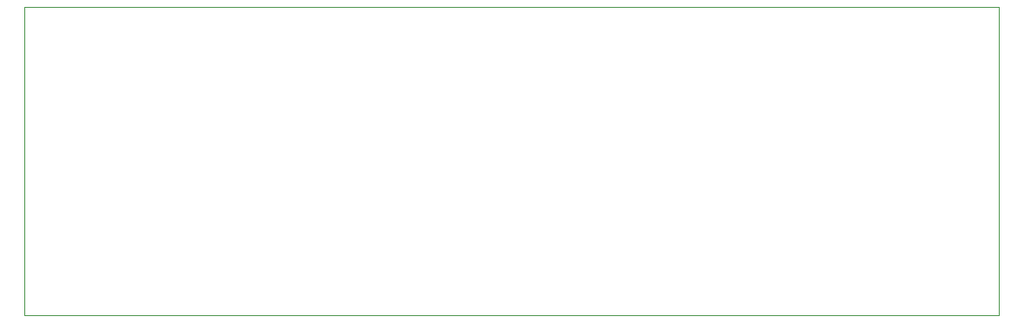
<source format=gm1>
G04 #@! TF.GenerationSoftware,KiCad,Pcbnew,8.0.3*
G04 #@! TF.CreationDate,2025-05-14T17:31:42-04:00*
G04 #@! TF.ProjectId,Sp-I,53702d49-2e6b-4696-9361-645f70636258,rev?*
G04 #@! TF.SameCoordinates,Original*
G04 #@! TF.FileFunction,Profile,NP*
%FSLAX46Y46*%
G04 Gerber Fmt 4.6, Leading zero omitted, Abs format (unit mm)*
G04 Created by KiCad (PCBNEW 8.0.3) date 2025-05-14 17:31:42*
%MOMM*%
%LPD*%
G01*
G04 APERTURE LIST*
G04 #@! TA.AperFunction,Profile*
%ADD10C,0.050000*%
G04 #@! TD*
G04 APERTURE END LIST*
D10*
X100000000Y-120000000D02*
X195000000Y-120000000D01*
X195000000Y-150000000D01*
X100000000Y-150000000D01*
X100000000Y-120000000D01*
M02*

</source>
